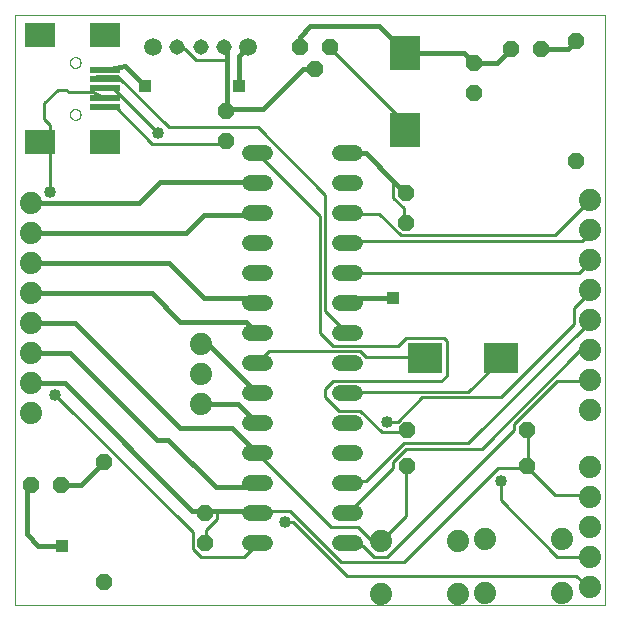
<source format=gtl>
G75*
%MOIN*%
%OFA0B0*%
%FSLAX25Y25*%
%IPPOS*%
%LPD*%
%AMOC8*
5,1,8,0,0,1.08239X$1,22.5*
%
%ADD10C,0.00000*%
%ADD11OC8,0.05200*%
%ADD12R,0.11417X0.09843*%
%ADD13R,0.09843X0.11417*%
%ADD14C,0.07400*%
%ADD15R,0.09843X0.01969*%
%ADD16R,0.09843X0.07874*%
%ADD17C,0.05200*%
%ADD18C,0.05150*%
%ADD19C,0.05937*%
%ADD20C,0.01600*%
%ADD21C,0.01000*%
%ADD22R,0.03962X0.03962*%
%ADD23C,0.04000*%
D10*
X0013611Y0013611D02*
X0013611Y0210461D01*
X0210461Y0210461D01*
X0210461Y0013611D01*
X0013611Y0013611D01*
X0031997Y0177194D02*
X0031999Y0177278D01*
X0032005Y0177361D01*
X0032015Y0177444D01*
X0032029Y0177527D01*
X0032046Y0177609D01*
X0032068Y0177690D01*
X0032093Y0177769D01*
X0032122Y0177848D01*
X0032155Y0177925D01*
X0032191Y0178000D01*
X0032231Y0178074D01*
X0032274Y0178146D01*
X0032321Y0178215D01*
X0032371Y0178282D01*
X0032424Y0178347D01*
X0032480Y0178409D01*
X0032538Y0178469D01*
X0032600Y0178526D01*
X0032664Y0178579D01*
X0032731Y0178630D01*
X0032800Y0178677D01*
X0032871Y0178722D01*
X0032944Y0178762D01*
X0033019Y0178799D01*
X0033096Y0178833D01*
X0033174Y0178863D01*
X0033253Y0178889D01*
X0033334Y0178912D01*
X0033416Y0178930D01*
X0033498Y0178945D01*
X0033581Y0178956D01*
X0033664Y0178963D01*
X0033748Y0178966D01*
X0033832Y0178965D01*
X0033915Y0178960D01*
X0033999Y0178951D01*
X0034081Y0178938D01*
X0034163Y0178922D01*
X0034244Y0178901D01*
X0034325Y0178877D01*
X0034403Y0178849D01*
X0034481Y0178817D01*
X0034557Y0178781D01*
X0034631Y0178742D01*
X0034703Y0178700D01*
X0034773Y0178654D01*
X0034841Y0178605D01*
X0034906Y0178553D01*
X0034969Y0178498D01*
X0035029Y0178440D01*
X0035087Y0178379D01*
X0035141Y0178315D01*
X0035193Y0178249D01*
X0035241Y0178181D01*
X0035286Y0178110D01*
X0035327Y0178037D01*
X0035366Y0177963D01*
X0035400Y0177887D01*
X0035431Y0177809D01*
X0035458Y0177730D01*
X0035482Y0177649D01*
X0035501Y0177568D01*
X0035517Y0177486D01*
X0035529Y0177403D01*
X0035537Y0177319D01*
X0035541Y0177236D01*
X0035541Y0177152D01*
X0035537Y0177069D01*
X0035529Y0176985D01*
X0035517Y0176902D01*
X0035501Y0176820D01*
X0035482Y0176739D01*
X0035458Y0176658D01*
X0035431Y0176579D01*
X0035400Y0176501D01*
X0035366Y0176425D01*
X0035327Y0176351D01*
X0035286Y0176278D01*
X0035241Y0176207D01*
X0035193Y0176139D01*
X0035141Y0176073D01*
X0035087Y0176009D01*
X0035029Y0175948D01*
X0034969Y0175890D01*
X0034906Y0175835D01*
X0034841Y0175783D01*
X0034773Y0175734D01*
X0034703Y0175688D01*
X0034631Y0175646D01*
X0034557Y0175607D01*
X0034481Y0175571D01*
X0034403Y0175539D01*
X0034325Y0175511D01*
X0034244Y0175487D01*
X0034163Y0175466D01*
X0034081Y0175450D01*
X0033999Y0175437D01*
X0033915Y0175428D01*
X0033832Y0175423D01*
X0033748Y0175422D01*
X0033664Y0175425D01*
X0033581Y0175432D01*
X0033498Y0175443D01*
X0033416Y0175458D01*
X0033334Y0175476D01*
X0033253Y0175499D01*
X0033174Y0175525D01*
X0033096Y0175555D01*
X0033019Y0175589D01*
X0032944Y0175626D01*
X0032871Y0175666D01*
X0032800Y0175711D01*
X0032731Y0175758D01*
X0032664Y0175809D01*
X0032600Y0175862D01*
X0032538Y0175919D01*
X0032480Y0175979D01*
X0032424Y0176041D01*
X0032371Y0176106D01*
X0032321Y0176173D01*
X0032274Y0176242D01*
X0032231Y0176314D01*
X0032191Y0176388D01*
X0032155Y0176463D01*
X0032122Y0176540D01*
X0032093Y0176619D01*
X0032068Y0176698D01*
X0032046Y0176779D01*
X0032029Y0176861D01*
X0032015Y0176944D01*
X0032005Y0177027D01*
X0031999Y0177110D01*
X0031997Y0177194D01*
X0031997Y0194517D02*
X0031999Y0194601D01*
X0032005Y0194684D01*
X0032015Y0194767D01*
X0032029Y0194850D01*
X0032046Y0194932D01*
X0032068Y0195013D01*
X0032093Y0195092D01*
X0032122Y0195171D01*
X0032155Y0195248D01*
X0032191Y0195323D01*
X0032231Y0195397D01*
X0032274Y0195469D01*
X0032321Y0195538D01*
X0032371Y0195605D01*
X0032424Y0195670D01*
X0032480Y0195732D01*
X0032538Y0195792D01*
X0032600Y0195849D01*
X0032664Y0195902D01*
X0032731Y0195953D01*
X0032800Y0196000D01*
X0032871Y0196045D01*
X0032944Y0196085D01*
X0033019Y0196122D01*
X0033096Y0196156D01*
X0033174Y0196186D01*
X0033253Y0196212D01*
X0033334Y0196235D01*
X0033416Y0196253D01*
X0033498Y0196268D01*
X0033581Y0196279D01*
X0033664Y0196286D01*
X0033748Y0196289D01*
X0033832Y0196288D01*
X0033915Y0196283D01*
X0033999Y0196274D01*
X0034081Y0196261D01*
X0034163Y0196245D01*
X0034244Y0196224D01*
X0034325Y0196200D01*
X0034403Y0196172D01*
X0034481Y0196140D01*
X0034557Y0196104D01*
X0034631Y0196065D01*
X0034703Y0196023D01*
X0034773Y0195977D01*
X0034841Y0195928D01*
X0034906Y0195876D01*
X0034969Y0195821D01*
X0035029Y0195763D01*
X0035087Y0195702D01*
X0035141Y0195638D01*
X0035193Y0195572D01*
X0035241Y0195504D01*
X0035286Y0195433D01*
X0035327Y0195360D01*
X0035366Y0195286D01*
X0035400Y0195210D01*
X0035431Y0195132D01*
X0035458Y0195053D01*
X0035482Y0194972D01*
X0035501Y0194891D01*
X0035517Y0194809D01*
X0035529Y0194726D01*
X0035537Y0194642D01*
X0035541Y0194559D01*
X0035541Y0194475D01*
X0035537Y0194392D01*
X0035529Y0194308D01*
X0035517Y0194225D01*
X0035501Y0194143D01*
X0035482Y0194062D01*
X0035458Y0193981D01*
X0035431Y0193902D01*
X0035400Y0193824D01*
X0035366Y0193748D01*
X0035327Y0193674D01*
X0035286Y0193601D01*
X0035241Y0193530D01*
X0035193Y0193462D01*
X0035141Y0193396D01*
X0035087Y0193332D01*
X0035029Y0193271D01*
X0034969Y0193213D01*
X0034906Y0193158D01*
X0034841Y0193106D01*
X0034773Y0193057D01*
X0034703Y0193011D01*
X0034631Y0192969D01*
X0034557Y0192930D01*
X0034481Y0192894D01*
X0034403Y0192862D01*
X0034325Y0192834D01*
X0034244Y0192810D01*
X0034163Y0192789D01*
X0034081Y0192773D01*
X0033999Y0192760D01*
X0033915Y0192751D01*
X0033832Y0192746D01*
X0033748Y0192745D01*
X0033664Y0192748D01*
X0033581Y0192755D01*
X0033498Y0192766D01*
X0033416Y0192781D01*
X0033334Y0192799D01*
X0033253Y0192822D01*
X0033174Y0192848D01*
X0033096Y0192878D01*
X0033019Y0192912D01*
X0032944Y0192949D01*
X0032871Y0192989D01*
X0032800Y0193034D01*
X0032731Y0193081D01*
X0032664Y0193132D01*
X0032600Y0193185D01*
X0032538Y0193242D01*
X0032480Y0193302D01*
X0032424Y0193364D01*
X0032371Y0193429D01*
X0032321Y0193496D01*
X0032274Y0193565D01*
X0032231Y0193637D01*
X0032191Y0193711D01*
X0032155Y0193786D01*
X0032122Y0193863D01*
X0032093Y0193942D01*
X0032068Y0194021D01*
X0032046Y0194102D01*
X0032029Y0194184D01*
X0032015Y0194267D01*
X0032005Y0194350D01*
X0031999Y0194433D01*
X0031997Y0194517D01*
D11*
X0084005Y0178296D03*
X0084005Y0168296D03*
X0113611Y0192253D03*
X0108611Y0199753D03*
X0118611Y0199753D03*
X0166682Y0194359D03*
X0166682Y0184359D03*
X0179005Y0198926D03*
X0189005Y0198926D03*
X0200816Y0201761D03*
X0200816Y0161761D03*
X0144005Y0150894D03*
X0144005Y0140894D03*
X0144202Y0071879D03*
X0144202Y0060068D03*
X0184202Y0060068D03*
X0184202Y0071879D03*
X0077076Y0044280D03*
X0077076Y0034280D03*
X0043335Y0021209D03*
X0029162Y0053572D03*
X0019162Y0053572D03*
X0043335Y0061209D03*
D12*
X0150225Y0096052D03*
X0175816Y0096052D03*
D13*
X0143769Y0172154D03*
X0143769Y0197745D03*
D14*
X0205383Y0148650D03*
X0205383Y0138650D03*
X0205383Y0128650D03*
X0205383Y0118650D03*
X0205383Y0108650D03*
X0205383Y0098650D03*
X0205383Y0088650D03*
X0205383Y0078650D03*
X0205225Y0059635D03*
X0205225Y0049635D03*
X0205225Y0039635D03*
X0205225Y0029635D03*
X0205225Y0019635D03*
X0196057Y0017743D03*
X0196057Y0035543D03*
X0170457Y0035543D03*
X0161450Y0035149D03*
X0170457Y0017743D03*
X0161450Y0017349D03*
X0135850Y0017349D03*
X0135850Y0035149D03*
X0075619Y0080737D03*
X0075619Y0090737D03*
X0075619Y0100737D03*
X0019005Y0097548D03*
X0019005Y0107548D03*
X0019005Y0117548D03*
X0019005Y0127548D03*
X0019005Y0137548D03*
X0019005Y0147548D03*
X0019005Y0087548D03*
X0019005Y0077548D03*
D15*
X0043611Y0179556D03*
X0043611Y0182706D03*
X0043611Y0185855D03*
X0043611Y0189005D03*
X0043611Y0192154D03*
D16*
X0043611Y0203572D03*
X0021957Y0203572D03*
X0021957Y0168139D03*
X0043611Y0168139D03*
D17*
X0091877Y0164241D02*
X0097077Y0164241D01*
X0097077Y0154241D02*
X0091877Y0154241D01*
X0091877Y0144241D02*
X0097077Y0144241D01*
X0097077Y0134241D02*
X0091877Y0134241D01*
X0091877Y0124241D02*
X0097077Y0124241D01*
X0097077Y0114241D02*
X0091877Y0114241D01*
X0091877Y0104241D02*
X0097077Y0104241D01*
X0097077Y0094241D02*
X0091877Y0094241D01*
X0091877Y0084241D02*
X0097077Y0084241D01*
X0097077Y0074241D02*
X0091877Y0074241D01*
X0091877Y0064241D02*
X0097077Y0064241D01*
X0097077Y0054241D02*
X0091877Y0054241D01*
X0091877Y0044241D02*
X0097077Y0044241D01*
X0097077Y0034241D02*
X0091877Y0034241D01*
X0121877Y0034241D02*
X0127077Y0034241D01*
X0127077Y0044241D02*
X0121877Y0044241D01*
X0121877Y0054241D02*
X0127077Y0054241D01*
X0127077Y0064241D02*
X0121877Y0064241D01*
X0121877Y0074241D02*
X0127077Y0074241D01*
X0127077Y0084241D02*
X0121877Y0084241D01*
X0121877Y0094241D02*
X0127077Y0094241D01*
X0127077Y0104241D02*
X0121877Y0104241D01*
X0121877Y0114241D02*
X0127077Y0114241D01*
X0127077Y0124241D02*
X0121877Y0124241D01*
X0121877Y0134241D02*
X0127077Y0134241D01*
X0127077Y0144241D02*
X0121877Y0144241D01*
X0121877Y0154241D02*
X0127077Y0154241D01*
X0127077Y0164241D02*
X0121877Y0164241D01*
D18*
X0083454Y0199595D03*
X0075580Y0199595D03*
X0067706Y0199595D03*
D19*
X0059831Y0199595D03*
X0091328Y0199595D03*
D20*
X0088414Y0196682D01*
X0088414Y0186839D01*
X0084674Y0178965D02*
X0084005Y0178296D01*
X0084477Y0178769D01*
X0084477Y0195411D01*
X0084477Y0198650D01*
X0084674Y0178965D02*
X0096288Y0178965D01*
X0109576Y0192253D01*
X0113611Y0192253D01*
X0108611Y0199753D02*
X0108611Y0203099D01*
X0112036Y0206524D01*
X0134989Y0206524D01*
X0143769Y0197745D01*
X0163296Y0197745D01*
X0166682Y0194359D01*
X0174438Y0194359D01*
X0179005Y0198926D01*
X0189005Y0198926D02*
X0197981Y0198926D01*
X0200816Y0201761D01*
X0143532Y0151406D02*
X0139819Y0155119D01*
X0130698Y0164241D01*
X0124477Y0164241D01*
X0094162Y0154556D02*
X0062036Y0154556D01*
X0055028Y0147548D01*
X0019005Y0147548D01*
X0019005Y0137548D02*
X0070619Y0137548D01*
X0076603Y0143532D01*
X0093769Y0143532D01*
X0094477Y0144241D01*
X0092745Y0115973D02*
X0076603Y0115973D01*
X0065028Y0127548D01*
X0019005Y0127548D01*
X0019005Y0117548D02*
X0059280Y0117548D01*
X0068729Y0108099D01*
X0090619Y0108099D01*
X0094477Y0104241D01*
X0094477Y0114241D02*
X0092745Y0115973D01*
X0077981Y0100737D02*
X0075619Y0100737D01*
X0077981Y0100737D02*
X0094477Y0084241D01*
X0087981Y0080737D02*
X0094477Y0074241D01*
X0087981Y0080737D02*
X0075619Y0080737D01*
X0068729Y0072666D02*
X0086052Y0072666D01*
X0094477Y0064241D01*
X0094477Y0054241D02*
X0093217Y0052981D01*
X0080540Y0052981D01*
X0064792Y0068729D01*
X0060855Y0068729D01*
X0032036Y0097548D01*
X0019005Y0097548D01*
X0019005Y0107548D02*
X0033847Y0107548D01*
X0068729Y0072666D01*
X0043335Y0061209D02*
X0035698Y0053572D01*
X0029162Y0053572D01*
X0019162Y0053572D02*
X0017548Y0051957D01*
X0017548Y0037233D01*
X0021485Y0033296D01*
X0029359Y0033296D01*
X0072666Y0045107D02*
X0081111Y0045107D01*
X0093611Y0045107D01*
X0094477Y0044241D01*
X0072666Y0045107D02*
X0030225Y0087548D01*
X0019005Y0087548D01*
X0056918Y0186839D02*
X0050422Y0193335D01*
X0043611Y0192154D01*
X0124477Y0114241D02*
X0126209Y0115973D01*
X0139595Y0115973D01*
D21*
X0144111Y0102711D02*
X0156711Y0102711D01*
X0157611Y0101811D01*
X0157611Y0090111D01*
X0155811Y0088311D01*
X0119811Y0088311D01*
X0117111Y0085611D01*
X0117111Y0082911D01*
X0121611Y0078411D01*
X0128811Y0078411D01*
X0136011Y0071211D01*
X0144111Y0071211D01*
X0144202Y0071879D01*
X0141411Y0074811D02*
X0149511Y0082911D01*
X0175611Y0082911D01*
X0199911Y0107211D01*
X0199911Y0112611D01*
X0205311Y0118011D01*
X0205383Y0118650D01*
X0201711Y0124311D02*
X0205311Y0127911D01*
X0205383Y0128650D01*
X0201711Y0124311D02*
X0125211Y0124311D01*
X0124477Y0124241D01*
X0124477Y0134241D02*
X0125211Y0135111D01*
X0202611Y0135111D01*
X0205311Y0137811D01*
X0205383Y0138650D01*
X0205311Y0148611D02*
X0205383Y0148650D01*
X0205311Y0148611D02*
X0193611Y0136911D01*
X0142311Y0136911D01*
X0135111Y0144111D01*
X0125211Y0144111D01*
X0124477Y0144241D01*
X0117111Y0150411D02*
X0117111Y0111711D01*
X0124311Y0104511D01*
X0124477Y0104241D01*
X0119811Y0100011D02*
X0141411Y0100011D01*
X0144111Y0102711D01*
X0149511Y0096411D02*
X0150225Y0096052D01*
X0149511Y0096411D02*
X0130611Y0096411D01*
X0128811Y0098211D01*
X0098211Y0098211D01*
X0094611Y0094611D01*
X0094477Y0094241D01*
X0115311Y0104511D02*
X0119811Y0100011D01*
X0115311Y0104511D02*
X0115311Y0143211D01*
X0094611Y0163911D01*
X0094477Y0164241D01*
X0094611Y0172911D02*
X0117111Y0150411D01*
X0139611Y0149511D02*
X0139611Y0154911D01*
X0139819Y0155119D01*
X0139611Y0149511D02*
X0143211Y0145911D01*
X0143211Y0141411D01*
X0144005Y0140894D01*
X0143769Y0172154D02*
X0143211Y0172911D01*
X0143211Y0174711D01*
X0118911Y0199011D01*
X0118611Y0199753D01*
X0094611Y0172911D02*
X0064911Y0172911D01*
X0047811Y0190011D01*
X0040611Y0190011D01*
X0043611Y0189005D01*
X0043611Y0185855D02*
X0040611Y0186411D01*
X0046011Y0186411D01*
X0061311Y0171111D01*
X0059511Y0167511D02*
X0083811Y0167511D01*
X0084005Y0168296D01*
X0059511Y0167511D02*
X0046911Y0180111D01*
X0040611Y0180111D01*
X0043611Y0179556D01*
X0043611Y0182706D02*
X0039711Y0184611D01*
X0031611Y0184611D01*
X0030711Y0185511D01*
X0028011Y0185511D01*
X0023511Y0181011D01*
X0023511Y0175611D01*
X0025311Y0173811D01*
X0025311Y0151311D01*
X0070311Y0199011D02*
X0073911Y0195411D01*
X0084477Y0195411D01*
X0070311Y0199011D02*
X0068511Y0199011D01*
X0067706Y0199595D01*
X0175816Y0096052D02*
X0175611Y0095511D01*
X0164811Y0084711D01*
X0125211Y0084711D01*
X0124477Y0084241D01*
X0137811Y0074811D02*
X0141411Y0074811D01*
X0143211Y0067611D02*
X0164811Y0067611D01*
X0205311Y0108111D01*
X0205383Y0108650D01*
X0205383Y0098650D02*
X0205311Y0098211D01*
X0201711Y0098211D01*
X0169311Y0065811D01*
X0144111Y0065811D01*
X0139611Y0061311D01*
X0139611Y0059511D01*
X0125211Y0045111D01*
X0124477Y0044241D01*
X0127911Y0039711D02*
X0118911Y0039711D01*
X0094611Y0064011D01*
X0094477Y0064241D01*
X0094611Y0045111D02*
X0094477Y0044241D01*
X0094611Y0045111D02*
X0105411Y0045111D01*
X0122511Y0028011D01*
X0143211Y0028011D01*
X0174711Y0059511D01*
X0183711Y0059511D01*
X0184202Y0060068D01*
X0184611Y0059511D01*
X0193611Y0050511D01*
X0204411Y0050511D01*
X0205225Y0049635D01*
X0204411Y0029811D02*
X0194511Y0029811D01*
X0175611Y0048711D01*
X0175611Y0055011D01*
X0184202Y0060068D02*
X0184611Y0060411D01*
X0184611Y0071211D01*
X0184202Y0071879D01*
X0180111Y0072111D02*
X0180111Y0073911D01*
X0194511Y0088311D01*
X0205311Y0088311D01*
X0205383Y0088650D01*
X0180111Y0072111D02*
X0137811Y0029811D01*
X0133311Y0029811D01*
X0129711Y0033411D01*
X0125211Y0033411D01*
X0124477Y0034241D01*
X0127911Y0039711D02*
X0132411Y0035211D01*
X0135111Y0035211D01*
X0135850Y0035149D01*
X0136011Y0035211D01*
X0144111Y0043311D01*
X0144111Y0059511D01*
X0144202Y0060068D01*
X0143211Y0067611D02*
X0130611Y0055011D01*
X0125211Y0055011D01*
X0124477Y0054241D01*
X0106311Y0041511D02*
X0124311Y0023511D01*
X0200811Y0023511D01*
X0204411Y0019911D01*
X0205225Y0019635D01*
X0205225Y0029635D02*
X0204411Y0029811D01*
X0106311Y0041511D02*
X0103611Y0041511D01*
X0094477Y0034241D02*
X0093711Y0033411D01*
X0090111Y0029811D01*
X0075711Y0029811D01*
X0073011Y0032511D01*
X0073011Y0037911D01*
X0027111Y0083811D01*
X0077511Y0038811D02*
X0081111Y0042411D01*
X0081111Y0045107D01*
X0081111Y0045111D01*
X0077511Y0038811D02*
X0077511Y0034311D01*
X0077076Y0034280D01*
D22*
X0029359Y0033296D03*
X0139595Y0115973D03*
X0143532Y0151406D03*
X0094162Y0154556D03*
X0088414Y0186839D03*
X0056918Y0186839D03*
D23*
X0061311Y0171111D03*
X0025311Y0151311D03*
X0027111Y0083811D03*
X0103611Y0041511D03*
X0137811Y0074811D03*
X0175611Y0055011D03*
M02*

</source>
